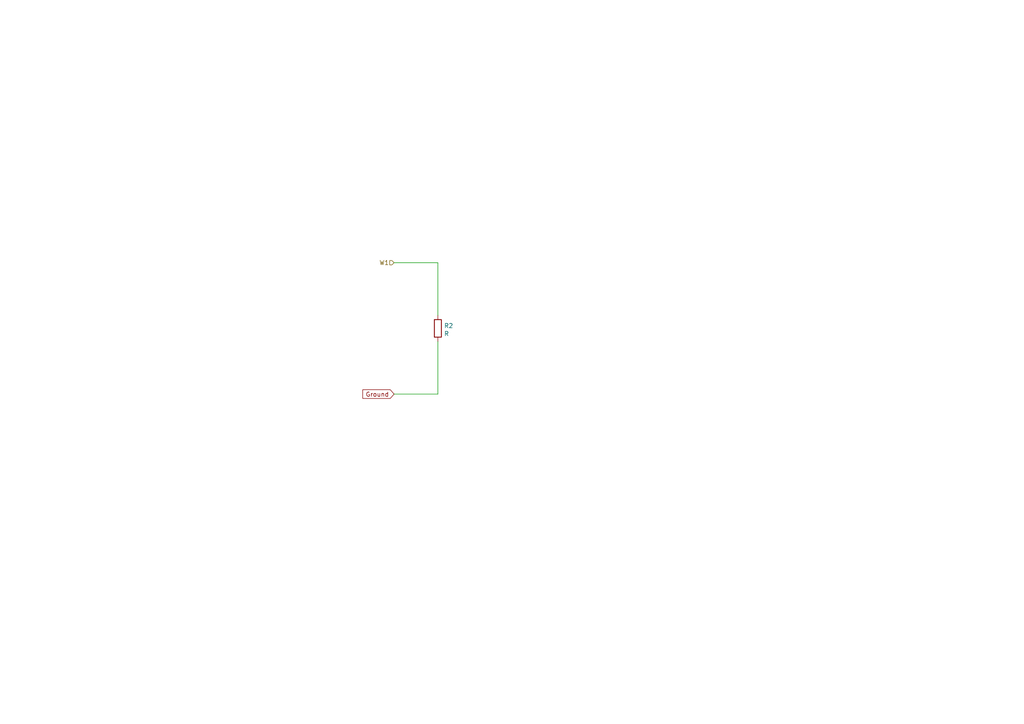
<source format=kicad_sch>
(kicad_sch (version 20210406) (generator eeschema)
  (paper "A4")
  (lib_symbols
    (symbol "Device:R" (pin_numbers hide) (pin_names (offset 0))
      (property "Reference" "R" (at 2.032 0 90))
      (property "Value" "R" (at 0 0 90))
      (symbol "R_0_1"
        (rectangle (start -1.016 -2.54) (end 1.016 2.54) (stroke (width 0.254)))
      )
      (symbol "R_1_1"
        (pin passive line (at 0 3.81 270) (length 1.27) (name "~") (number "1"))
        (pin passive line (at 0 -3.81 90) (length 1.27) (name "~") (number "2"))
      )
    )
  )
  (wire (pts (xy 114.3 76.2) (xy 127 76.2)))
  (wire (pts (xy 114.3 114.3) (xy 127 114.3)))
  (wire (pts (xy 127 91.44) (xy 127 76.2)))
  (wire (pts (xy 127 99.06) (xy 127 114.3)))
  (global_label "Ground" (shape input) (at 114.3 114.3 180) (property "Intersheet References" "${INTERSHEET_REFS}" (effects hide)))
  (hierarchical_label "W1" (shape input) (at 114.3 76.2 180))
  (symbol (lib_id "Device:R") (at 127 95.25 0) (unit 1)
    (property "Reference" "R2" (at 128.7781 94.4891 0) (effects (justify left)))
    (property "Value" "R" (at 128.7781 96.7878 0) (effects (justify left)))
  )
)
</source>
